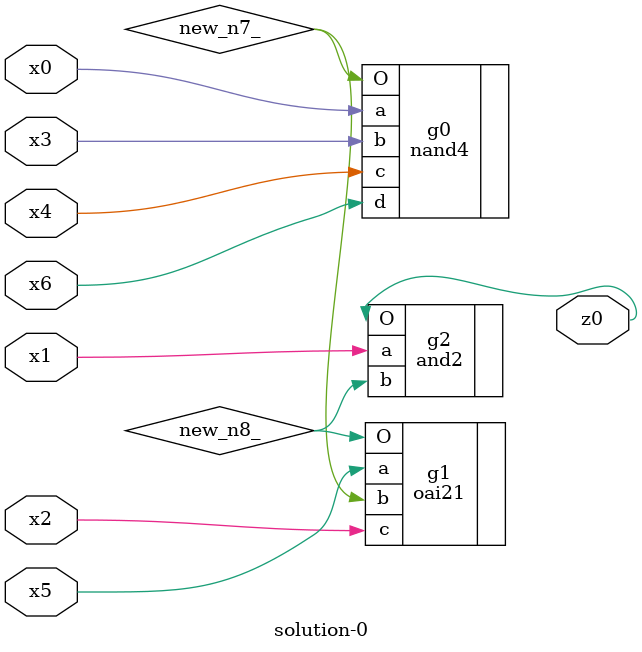
<source format=v>
module \solution-0 (
  x0, x1, x2, x3, x4, x5, x6,
  z0 );
  input x0, x1, x2, x3, x4, x5, x6;
  output z0;
  wire new_n7_, new_n8_;
  nand4  g0(.a(x0), .b(x3), .c(x4), .d(x6), .O(new_n7_));
  oai21  g1(.a(x5), .b(new_n7_), .c(x2), .O(new_n8_));
  and2  g2(.a(x1), .b(new_n8_), .O(z0));
endmodule

</source>
